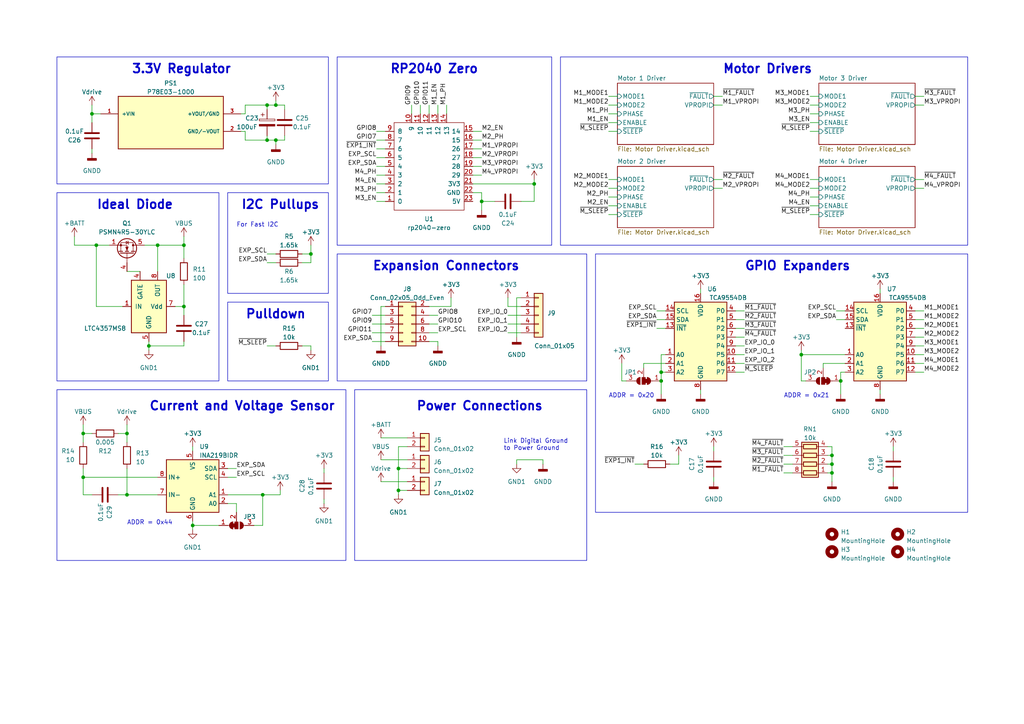
<source format=kicad_sch>
(kicad_sch (version 20230121) (generator eeschema)
  (paper "A4")
  (lib_symbols
    (symbol "Connector_Generic:Conn_01x02" (pin_names (offset 1.016) hide)
      (property "Reference" "J" (at 0 2.54 0))
      (property "Value" "Conn_01x02" (at 0 -5.08 0))
      (symbol "Conn_01x02_1_1"
        (pin passive line (at -5.08 0 0) (length 3.81) (name "Pin_1") (number "1"))
        (pin passive line (at -5.08 -2.54 0) (length 3.81) (name "Pin_2") (number "2"))
      )
    )
    (symbol "Connector_Generic:Conn_01x05" (pin_names (offset 1.016) hide)
      (property "Reference" "J" (at 0 7.62 0))
      (property "Value" "Conn_01x05" (at 0 -7.62 0))
      (symbol "Conn_01x05_1_1"
        (pin passive line (at -5.08 5.08 0) (length 3.81) (name "Pin_1") (number "1"))
        (pin passive line (at -5.08 2.54 0) (length 3.81) (name "Pin_2") (number "2"))
        (pin passive line (at -5.08 0 0) (length 3.81) (name "Pin_3") (number "3"))
        (pin passive line (at -5.08 -2.54 0) (length 3.81) (name "Pin_4") (number "4"))
        (pin passive line (at -5.08 -5.08 0) (length 3.81) (name "Pin_5") (number "5"))
      )
    )
    (symbol "Connector_Generic:Conn_02x05_Odd_Even" (pin_names (offset 1.016) hide)
      (property "Reference" "J" (at 1.27 7.62 0))
      (property "Value" "Conn_02x05_Odd_Even" (at 1.27 -7.62 0))
      (symbol "Conn_02x05_Odd_Even_1_1"
        (pin passive line (at -5.08 5.08 0) (length 3.81) (name "Pin_1") (number "1"))
        (pin passive line (at 7.62 -5.08 180) (length 3.81) (name "Pin_10") (number "10"))
        (pin passive line (at 7.62 5.08 180) (length 3.81) (name "Pin_2") (number "2"))
        (pin passive line (at -5.08 2.54 0) (length 3.81) (name "Pin_3") (number "3"))
        (pin passive line (at 7.62 2.54 180) (length 3.81) (name "Pin_4") (number "4"))
        (pin passive line (at -5.08 0 0) (length 3.81) (name "Pin_5") (number "5"))
        (pin passive line (at 7.62 0 180) (length 3.81) (name "Pin_6") (number "6"))
        (pin passive line (at -5.08 -2.54 0) (length 3.81) (name "Pin_7") (number "7"))
        (pin passive line (at 7.62 -2.54 180) (length 3.81) (name "Pin_8") (number "8"))
        (pin passive line (at -5.08 -5.08 0) (length 3.81) (name "Pin_9") (number "9"))
      )
    )
    (symbol "Device:C" (pin_numbers hide) (pin_names (offset 0.254))
      (property "Reference" "C" (at 0.635 2.54 0))
      (property "Value" "C" (at 0.635 -2.54 0))
      (symbol "C_1_1"
        (pin passive line (at 0 3.81 270) (length 2.794) (name "~") (number "1"))
        (pin passive line (at 0 -3.81 90) (length 2.794) (name "~") (number "2"))
      )
    )
    (symbol "Device:C_Polarized" (pin_numbers hide) (pin_names (offset 0.254))
      (property "Reference" "C" (at 0.635 2.54 0))
      (property "Value" "C_Polarized" (at 0.635 -2.54 0))
      (symbol "C_Polarized_1_1"
        (pin passive line (at 0 3.81 270) (length 2.794) (name "~") (number "1"))
        (pin passive line (at 0 -3.81 90) (length 2.794) (name "~") (number "2"))
      )
    )
    (symbol "Device:R" (pin_numbers hide) (pin_names (offset 0))
      (property "Reference" "R" (at 2.032 0 90))
      (property "Value" "R" (at 0 0 90))
      (symbol "R_1_1"
        (pin passive line (at 0 3.81 270) (length 1.27) (name "~") (number "1"))
        (pin passive line (at 0 -3.81 90) (length 1.27) (name "~") (number "2"))
      )
    )
    (symbol "Device:R_Pack04" (pin_names (offset 0) hide)
      (property "Reference" "RN" (at -7.62 0 90))
      (property "Value" "R_Pack04" (at 5.08 0 90))
      (symbol "R_Pack04_1_1"
        (pin passive line (at -5.08 -5.08 90) (length 2.54) (name "R1.1") (number "1"))
        (pin passive line (at -2.54 -5.08 90) (length 2.54) (name "R2.1") (number "2"))
        (pin passive line (at 0 -5.08 90) (length 2.54) (name "R3.1") (number "3"))
        (pin passive line (at 2.54 -5.08 90) (length 2.54) (name "R4.1") (number "4"))
        (pin passive line (at 2.54 5.08 270) (length 2.54) (name "R4.2") (number "5"))
        (pin passive line (at 0 5.08 270) (length 2.54) (name "R3.2") (number "6"))
        (pin passive line (at -2.54 5.08 270) (length 2.54) (name "R2.2") (number "7"))
        (pin passive line (at -5.08 5.08 270) (length 2.54) (name "R1.2") (number "8"))
      )
    )
    (symbol "Interface_Expansion:TCA9554DB"
      (property "Reference" "U" (at -7.62 11.43 0))
      (property "Value" "TCA9554DB" (at 2.54 11.43 0))
      (symbol "TCA9554DB_1_1"
        (pin input line (at -10.16 -5.08 0) (length 2.54) (name "A0") (number "1"))
        (pin bidirectional line (at 10.16 -5.08 180) (length 2.54) (name "P5") (number "10"))
        (pin bidirectional line (at 10.16 -7.62 180) (length 2.54) (name "P6") (number "11"))
        (pin bidirectional line (at 10.16 -10.16 180) (length 2.54) (name "P7") (number "12"))
        (pin open_collector line (at -10.16 2.54 0) (length 2.54) (name "~{INT}") (number "13"))
        (pin input line (at -10.16 7.62 0) (length 2.54) (name "SCL") (number "14"))
        (pin bidirectional line (at -10.16 5.08 0) (length 2.54) (name "SDA") (number "15"))
        (pin power_in line (at 0 12.7 270) (length 2.54) (name "VDD") (number "16"))
        (pin input line (at -10.16 -7.62 0) (length 2.54) (name "A1") (number "2"))
        (pin input line (at -10.16 -10.16 0) (length 2.54) (name "A2") (number "3"))
        (pin bidirectional line (at 10.16 7.62 180) (length 2.54) (name "P0") (number "4"))
        (pin bidirectional line (at 10.16 5.08 180) (length 2.54) (name "P1") (number "5"))
        (pin bidirectional line (at 10.16 2.54 180) (length 2.54) (name "P2") (number "6"))
        (pin bidirectional line (at 10.16 0 180) (length 2.54) (name "P3") (number "7"))
        (pin power_in line (at 0 -15.24 90) (length 2.54) (name "GND") (number "8"))
        (pin bidirectional line (at 10.16 -2.54 180) (length 2.54) (name "P4") (number "9"))
      )
    )
    (symbol "Jumper:SolderJumper_3_Bridged12" (pin_names (offset 0) hide)
      (property "Reference" "JP" (at -2.54 -2.54 0))
      (property "Value" "SolderJumper_3_Bridged12" (at 0 2.794 0))
      (symbol "SolderJumper_3_Bridged12_1_1"
        (pin passive line (at -5.08 0 0) (length 2.54) (name "A") (number "1"))
        (pin passive line (at 0 -3.81 90) (length 2.54) (name "C") (number "2"))
        (pin passive line (at 5.08 0 180) (length 2.54) (name "B") (number "3"))
      )
    )
    (symbol "KLEEB_mcu:rp2040-zero" (pin_names (offset 1.016))
      (property "Reference" "U" (at 0 15.24 0))
      (property "Value" "rp2040-zero" (at 0 12.7 0))
      (symbol "rp2040-zero_1_1"
        (pin bidirectional line (at 12.7 8.89 180) (length 2.54) (name "0") (number "1"))
        (pin bidirectional line (at 5.08 -16.51 90) (length 2.54) (name "9") (number "10"))
        (pin bidirectional line (at 2.54 -16.51 90) (length 2.54) (name "10") (number "11"))
        (pin bidirectional line (at 0 -16.51 90) (length 2.54) (name "11") (number "12"))
        (pin bidirectional line (at -2.54 -16.51 90) (length 2.54) (name "12") (number "13"))
        (pin bidirectional line (at -5.08 -16.51 90) (length 2.54) (name "13") (number "14"))
        (pin bidirectional line (at -12.7 -11.43 0) (length 2.54) (name "14") (number "15"))
        (pin bidirectional line (at -12.7 -8.89 0) (length 2.54) (name "15") (number "16"))
        (pin bidirectional line (at -12.7 -6.35 0) (length 2.54) (name "26") (number "17"))
        (pin bidirectional line (at -12.7 -3.81 0) (length 2.54) (name "27") (number "18"))
        (pin bidirectional line (at -12.7 -1.27 0) (length 2.54) (name "28") (number "19"))
        (pin bidirectional line (at 12.7 6.35 180) (length 2.54) (name "1") (number "2"))
        (pin bidirectional line (at -12.7 1.27 0) (length 2.54) (name "29") (number "20"))
        (pin power_out line (at -12.7 3.81 0) (length 2.54) (name "3V3") (number "21"))
        (pin power_out line (at -12.7 6.35 0) (length 2.54) (name "GND") (number "22"))
        (pin power_out line (at -12.7 8.89 0) (length 2.54) (name "5V") (number "23"))
        (pin bidirectional line (at 12.7 3.81 180) (length 2.54) (name "2") (number "3"))
        (pin bidirectional line (at 12.7 1.27 180) (length 2.54) (name "3") (number "4"))
        (pin bidirectional line (at 12.7 -1.27 180) (length 2.54) (name "4") (number "5"))
        (pin bidirectional line (at 12.7 -3.81 180) (length 2.54) (name "5") (number "6"))
        (pin bidirectional line (at 12.7 -6.35 180) (length 2.54) (name "6") (number "7"))
        (pin bidirectional line (at 12.7 -8.89 180) (length 2.54) (name "7") (number "8"))
        (pin bidirectional line (at 12.7 -11.43 180) (length 2.54) (name "8") (number "9"))
      )
    )
    (symbol "Mechanical:MountingHole" (pin_names (offset 1.016))
      (property "Reference" "H" (at 0 5.08 0))
      (property "Value" "MountingHole" (at 0 3.175 0))
    )
    (symbol "P78E03-1000:P78E03-1000" (pin_names (offset 1.016))
      (property "Reference" "PS" (at -15.24 7.62 0))
      (property "Value" "P78E03-1000" (at -15.24 -10.16 0))
      (symbol "P78E03-1000_0_0"
        (pin input line (at -20.32 2.54 0) (length 5.08) (name "+VIN") (number "1"))
        (pin power_in line (at 20.32 -2.54 180) (length 5.08) (name "GND/-VOUT") (number "2"))
        (pin power_in line (at 20.32 2.54 180) (length 5.08) (name "+VOUT/GND") (number "3"))
      )
    )
    (symbol "Power_Management:LTC4357MS8" (pin_names (offset 1.016))
      (property "Reference" "U" (at 6.35 6.35 0))
      (property "Value" "LTC4357MS8" (at 6.35 -6.35 0))
      (symbol "LTC4357MS8_1_1"
        (pin input line (at -7.62 0 0) (length 2.54) (name "IN") (number "1"))
        (pin no_connect line (at -5.08 -2.54 0) (length 2.54) hide (name "NC") (number "2"))
        (pin no_connect line (at -5.08 -5.08 0) (length 2.54) hide (name "NC") (number "3"))
        (pin output line (at -2.54 10.16 270) (length 2.54) (name "GATE") (number "4"))
        (pin power_in line (at 0 -10.16 90) (length 2.54) (name "GND") (number "5"))
        (pin no_connect line (at 2.54 -7.62 90) (length 2.54) hide (name "NC") (number "6"))
        (pin power_in line (at 7.62 0 180) (length 2.54) (name "Vdd") (number "7"))
        (pin input line (at 2.54 10.16 270) (length 2.54) (name "OUT") (number "8"))
      )
    )
    (symbol "Sensor_Energy:INA219BxD"
      (property "Reference" "U" (at -6.35 8.89 0))
      (property "Value" "INA219BxD" (at 5.08 8.89 0))
      (symbol "INA219BxD_1_1"
        (pin input line (at 10.16 -2.54 180) (length 2.54) (name "A1") (number "1"))
        (pin input line (at 10.16 -5.08 180) (length 2.54) (name "A0") (number "2"))
        (pin bidirectional line (at 10.16 5.08 180) (length 2.54) (name "SDA") (number "3"))
        (pin input line (at 10.16 2.54 180) (length 2.54) (name "SCL") (number "4"))
        (pin power_in line (at 0 10.16 270) (length 2.54) (name "VS") (number "5"))
        (pin power_in line (at 0 -10.16 90) (length 2.54) (name "GND") (number "6"))
        (pin input line (at -10.16 -2.54 0) (length 2.54) (name "IN-") (number "7"))
        (pin input line (at -10.16 2.54 0) (length 2.54) (name "IN+") (number "8"))
      )
    )
    (symbol "Transistor_FET:PSMN5R2-60YL" (pin_names hide)
      (property "Reference" "Q" (at 6.35 2.54 0))
      (property "Value" "PSMN5R2-60YL" (at 12.7 0 0))
      (symbol "PSMN5R2-60YL_1_1"
        (pin passive line (at 2.54 -5.08 90) (length 2.54) (name "S") (number "1"))
        (pin passive line (at 2.54 -5.08 90) (length 2.54) hide (name "S") (number "2"))
        (pin passive line (at 2.54 -5.08 90) (length 2.54) hide (name "S") (number "3"))
        (pin passive line (at -5.08 0 0) (length 2.54) (name "G") (number "4"))
        (pin passive line (at 2.54 5.08 270) (length 2.54) (name "D") (number "5"))
      )
    )
    (symbol "power:+3V3" (power) (pin_names (offset 0))
      (property "Value" "+3V3" (at 0 3.556 0))
      (symbol "+3V3_1_1"
        (pin power_in line (at 0 0 90) (length 0) hide (name "+3V3") (number "1"))
      )
    )
    (symbol "power:+BATT" (power) (pin_names (offset 0))
      (property "Value" "+BATT" (at 0 3.556 0))
      (symbol "+BATT_1_1"
        (pin power_in line (at 0 0 90) (length 0) hide (name "+BATT") (number "1"))
      )
    )
    (symbol "power:GND1" (power) (pin_names (offset 0))
      (property "Value" "GND1" (at 0 -3.81 0))
      (symbol "GND1_1_1"
        (pin power_in line (at 0 0 270) (length 0) hide (name "GND1") (number "1"))
      )
    )
    (symbol "power:GNDD" (power) (pin_names (offset 0))
      (property "Value" "GNDD" (at 0 -3.175 0))
      (symbol "GNDD_1_1"
        (pin power_in line (at 0 0 270) (length 0) hide (name "GNDD") (number "1"))
      )
    )
    (symbol "power:VBUS" (power) (pin_names (offset 0))
      (property "Value" "VBUS" (at 0 3.81 0))
      (symbol "VBUS_1_1"
        (pin power_in line (at 0 0 90) (length 0) hide (name "VBUS") (number "1"))
      )
    )
    (symbol "power:Vdrive" (power) (pin_names (offset 0))
      (property "Value" "Vdrive" (at 0 3.81 0))
      (symbol "Vdrive_1_1"
        (pin power_in line (at 0 0 90) (length 0) hide (name "Vdrive") (number "1"))
      )
    )
  )
  (junction (at 115.57 135.89))
  (junction (at 139.7 58.42))
  (junction (at 241.3 132.08))
  (junction (at 53.34 88.9))
  (junction (at 55.88 152.4))
  (junction (at 241.3 134.62))
  (junction (at 27.94 71.12))
  (junction (at 80.01 30.48))
  (junction (at 243.84 110.49))
  (junction (at 43.18 100.33))
  (junction (at 36.83 125.73))
  (junction (at 191.77 107.95))
  (junction (at 232.41 102.87))
  (junction (at 241.3 137.16))
  (junction (at 154.94 53.34))
  (junction (at 90.17 73.66))
  (junction (at 80.01 40.64))
  (junction (at 53.34 71.12))
  (junction (at 77.47 40.64))
  (junction (at 45.72 71.12))
  (junction (at 191.77 110.49))
  (junction (at 115.57 142.24))
  (junction (at 36.83 143.51))
  (junction (at 77.47 30.48))
  (junction (at 24.13 138.43))
  (junction (at 24.13 125.73))
  (junction (at 26.67 33.02))
  (junction (at 76.2 143.51))
  (wire (pts (xy 265.43 54.61) (xy 267.97 54.61)))
  (wire (pts (xy 68.58 135.89) (xy 66.04 135.89)))
  (wire (pts (xy 109.22 55.88) (xy 111.76 55.88)))
  (wire (pts (xy 186.69 105.41) (xy 193.04 105.41)))
  (wire (pts (xy 77.47 73.66) (xy 80.01 73.66)))
  (wire (pts (xy 55.88 151.13) (xy 55.88 152.4)))
  (wire (pts (xy 81.28 143.51) (xy 81.28 142.24)))
  (wire (pts (xy 229.87 129.54) (xy 227.33 129.54)))
  (wire (pts (xy 127 33.02) (xy 127 30.48)))
  (wire (pts (xy 241.3 137.16) (xy 241.3 139.7)))
  (wire (pts (xy 93.98 144.78) (xy 93.98 146.05)))
  (wire (pts (xy 34.29 143.51) (xy 36.83 143.51)))
  (wire (pts (xy 43.18 100.33) (xy 43.18 101.6)))
  (wire (pts (xy 24.13 125.73) (xy 24.13 128.27)))
  (wire (pts (xy 77.47 30.48) (xy 80.01 30.48)))
  (wire (pts (xy 238.76 105.41) (xy 238.76 106.68)))
  (wire (pts (xy 53.34 68.58) (xy 53.34 71.12)))
  (wire (pts (xy 190.5 92.71) (xy 193.04 92.71)))
  (wire (pts (xy 241.3 132.08) (xy 241.3 134.62)))
  (wire (pts (xy 176.53 59.69) (xy 179.07 59.69)))
  (wire (pts (xy 35.56 88.9) (xy 27.94 88.9)))
  (wire (pts (xy 186.69 106.68) (xy 186.69 105.41)))
  (wire (pts (xy 36.83 125.73) (xy 36.83 123.19)))
  (wire (pts (xy 115.57 135.89) (xy 115.57 142.24)))
  (wire (pts (xy 137.16 48.26) (xy 139.7 48.26)))
  (wire (pts (xy 265.43 27.94) (xy 267.97 27.94)))
  (wire (pts (xy 213.36 107.95) (xy 215.9 107.95)))
  (wire (pts (xy 154.94 53.34) (xy 154.94 52.07)))
  (wire (pts (xy 213.36 92.71) (xy 215.9 92.71)))
  (wire (pts (xy 109.22 43.18) (xy 111.76 43.18)))
  (wire (pts (xy 121.92 30.48) (xy 121.92 33.02)))
  (wire (pts (xy 147.32 91.44) (xy 151.13 91.44)))
  (wire (pts (xy 234.95 38.1) (xy 237.49 38.1)))
  (wire (pts (xy 53.34 91.44) (xy 53.34 88.9)))
  (wire (pts (xy 265.43 100.33) (xy 267.97 100.33)))
  (wire (pts (xy 181.61 110.49) (xy 180.34 110.49)))
  (wire (pts (xy 24.13 135.89) (xy 24.13 138.43)))
  (wire (pts (xy 71.12 33.02) (xy 71.12 30.48)))
  (wire (pts (xy 265.43 105.41) (xy 267.97 105.41)))
  (wire (pts (xy 71.12 40.64) (xy 77.47 40.64)))
  (wire (pts (xy 241.3 129.54) (xy 241.3 132.08)))
  (wire (pts (xy 115.57 142.24) (xy 115.57 143.51)))
  (wire (pts (xy 157.48 133.35) (xy 157.48 134.62)))
  (wire (pts (xy 77.47 40.64) (xy 77.47 39.37)))
  (wire (pts (xy 76.2 143.51) (xy 66.04 143.51)))
  (wire (pts (xy 190.5 95.25) (xy 193.04 95.25)))
  (wire (pts (xy 109.22 50.8) (xy 111.76 50.8)))
  (wire (pts (xy 194.31 134.62) (xy 196.85 134.62)))
  (wire (pts (xy 265.43 95.25) (xy 267.97 95.25)))
  (wire (pts (xy 68.58 146.05) (xy 68.58 148.59)))
  (wire (pts (xy 196.85 132.08) (xy 196.85 134.62)))
  (wire (pts (xy 124.46 88.9) (xy 130.81 88.9)))
  (wire (pts (xy 191.77 107.95) (xy 191.77 110.49)))
  (wire (pts (xy 207.01 138.43) (xy 207.01 139.7)))
  (wire (pts (xy 229.87 132.08) (xy 227.33 132.08)))
  (wire (pts (xy 180.34 110.49) (xy 180.34 105.41)))
  (wire (pts (xy 149.86 134.62) (xy 149.86 133.35)))
  (wire (pts (xy 87.63 76.2) (xy 90.17 76.2)))
  (wire (pts (xy 24.13 125.73) (xy 26.67 125.73)))
  (wire (pts (xy 109.22 40.64) (xy 111.76 40.64)))
  (wire (pts (xy 213.36 100.33) (xy 215.9 100.33)))
  (wire (pts (xy 109.22 48.26) (xy 111.76 48.26)))
  (wire (pts (xy 119.38 30.48) (xy 119.38 33.02)))
  (wire (pts (xy 137.16 38.1) (xy 139.7 38.1)))
  (wire (pts (xy 87.63 100.33) (xy 90.17 100.33)))
  (wire (pts (xy 43.18 99.06) (xy 43.18 100.33)))
  (wire (pts (xy 53.34 88.9) (xy 50.8 88.9)))
  (wire (pts (xy 241.3 134.62) (xy 241.3 137.16)))
  (wire (pts (xy 129.54 33.02) (xy 129.54 30.48)))
  (wire (pts (xy 147.32 93.98) (xy 151.13 93.98)))
  (wire (pts (xy 234.95 59.69) (xy 237.49 59.69)))
  (wire (pts (xy 255.27 113.03) (xy 255.27 114.3)))
  (wire (pts (xy 110.49 133.35) (xy 118.11 133.35)))
  (wire (pts (xy 137.16 55.88) (xy 139.7 55.88)))
  (wire (pts (xy 243.84 114.3) (xy 243.84 110.49)))
  (wire (pts (xy 127 99.06) (xy 127 100.33)))
  (wire (pts (xy 53.34 74.93) (xy 53.34 71.12)))
  (wire (pts (xy 53.34 99.06) (xy 53.34 100.33)))
  (wire (pts (xy 80.01 30.48) (xy 82.55 30.48)))
  (wire (pts (xy 207.01 54.61) (xy 209.55 54.61)))
  (wire (pts (xy 229.87 137.16) (xy 227.33 137.16)))
  (wire (pts (xy 242.57 92.71) (xy 245.11 92.71)))
  (wire (pts (xy 149.86 133.35) (xy 157.48 133.35)))
  (wire (pts (xy 176.53 30.48) (xy 179.07 30.48)))
  (wire (pts (xy 176.53 35.56) (xy 179.07 35.56)))
  (wire (pts (xy 176.53 33.02) (xy 179.07 33.02)))
  (wire (pts (xy 45.72 71.12) (xy 53.34 71.12)))
  (wire (pts (xy 68.58 138.43) (xy 66.04 138.43)))
  (wire (pts (xy 151.13 88.9) (xy 147.32 88.9)))
  (wire (pts (xy 137.16 53.34) (xy 154.94 53.34)))
  (wire (pts (xy 77.47 31.75) (xy 77.47 30.48)))
  (wire (pts (xy 265.43 30.48) (xy 267.97 30.48)))
  (wire (pts (xy 107.95 96.52) (xy 111.76 96.52)))
  (wire (pts (xy 154.94 58.42) (xy 154.94 53.34)))
  (wire (pts (xy 151.13 58.42) (xy 154.94 58.42)))
  (wire (pts (xy 26.67 143.51) (xy 24.13 143.51)))
  (wire (pts (xy 176.53 54.61) (xy 179.07 54.61)))
  (wire (pts (xy 203.2 113.03) (xy 203.2 114.3)))
  (wire (pts (xy 93.98 135.89) (xy 93.98 137.16)))
  (wire (pts (xy 53.34 82.55) (xy 53.34 88.9)))
  (wire (pts (xy 27.94 71.12) (xy 31.75 71.12)))
  (wire (pts (xy 45.72 78.74) (xy 45.72 71.12)))
  (wire (pts (xy 115.57 129.54) (xy 115.57 135.89)))
  (wire (pts (xy 71.12 38.1) (xy 69.85 38.1)))
  (wire (pts (xy 242.57 90.17) (xy 245.11 90.17)))
  (wire (pts (xy 77.47 40.64) (xy 80.01 40.64)))
  (wire (pts (xy 139.7 55.88) (xy 139.7 58.42)))
  (wire (pts (xy 265.43 90.17) (xy 267.97 90.17)))
  (wire (pts (xy 26.67 30.48) (xy 26.67 33.02)))
  (wire (pts (xy 71.12 30.48) (xy 77.47 30.48)))
  (wire (pts (xy 26.67 43.18) (xy 26.67 44.45)))
  (wire (pts (xy 124.46 93.98) (xy 127 93.98)))
  (wire (pts (xy 234.95 52.07) (xy 237.49 52.07)))
  (wire (pts (xy 77.47 100.33) (xy 80.01 100.33)))
  (wire (pts (xy 41.91 71.12) (xy 45.72 71.12)))
  (wire (pts (xy 24.13 123.19) (xy 24.13 125.73)))
  (wire (pts (xy 139.7 58.42) (xy 139.7 60.96)))
  (wire (pts (xy 213.36 90.17) (xy 215.9 90.17)))
  (wire (pts (xy 213.36 97.79) (xy 215.9 97.79)))
  (wire (pts (xy 21.59 71.12) (xy 27.94 71.12)))
  (wire (pts (xy 55.88 129.54) (xy 55.88 130.81)))
  (wire (pts (xy 69.85 33.02) (xy 71.12 33.02)))
  (wire (pts (xy 265.43 52.07) (xy 267.97 52.07)))
  (wire (pts (xy 234.95 57.15) (xy 237.49 57.15)))
  (wire (pts (xy 191.77 102.87) (xy 191.77 107.95)))
  (wire (pts (xy 124.46 96.52) (xy 127 96.52)))
  (wire (pts (xy 139.7 58.42) (xy 143.51 58.42)))
  (wire (pts (xy 234.95 27.94) (xy 237.49 27.94)))
  (wire (pts (xy 232.41 101.6) (xy 232.41 102.87)))
  (wire (pts (xy 109.22 53.34) (xy 111.76 53.34)))
  (wire (pts (xy 240.03 129.54) (xy 241.3 129.54)))
  (wire (pts (xy 110.49 88.9) (xy 110.49 100.33)))
  (wire (pts (xy 109.22 58.42) (xy 111.76 58.42)))
  (wire (pts (xy 232.41 102.87) (xy 232.41 110.49)))
  (wire (pts (xy 76.2 143.51) (xy 76.2 152.4)))
  (wire (pts (xy 207.01 30.48) (xy 209.55 30.48)))
  (wire (pts (xy 118.11 135.89) (xy 115.57 135.89)))
  (wire (pts (xy 137.16 45.72) (xy 139.7 45.72)))
  (wire (pts (xy 80.01 30.48) (xy 80.01 29.21)))
  (wire (pts (xy 234.95 35.56) (xy 237.49 35.56)))
  (wire (pts (xy 26.67 33.02) (xy 26.67 35.56)))
  (wire (pts (xy 233.68 110.49) (xy 232.41 110.49)))
  (wire (pts (xy 229.87 134.62) (xy 227.33 134.62)))
  (wire (pts (xy 149.86 97.79) (xy 149.86 86.36)))
  (wire (pts (xy 124.46 91.44) (xy 127 91.44)))
  (wire (pts (xy 193.04 107.95) (xy 191.77 107.95)))
  (wire (pts (xy 137.16 43.18) (xy 139.7 43.18)))
  (wire (pts (xy 265.43 92.71) (xy 267.97 92.71)))
  (wire (pts (xy 90.17 71.12) (xy 90.17 73.66)))
  (wire (pts (xy 26.67 33.02) (xy 29.21 33.02)))
  (wire (pts (xy 245.11 105.41) (xy 238.76 105.41)))
  (wire (pts (xy 90.17 101.6) (xy 90.17 100.33)))
  (wire (pts (xy 149.86 86.36) (xy 151.13 86.36)))
  (wire (pts (xy 90.17 73.66) (xy 90.17 76.2)))
  (wire (pts (xy 213.36 105.41) (xy 215.9 105.41)))
  (wire (pts (xy 36.83 135.89) (xy 36.83 143.51)))
  (wire (pts (xy 87.63 73.66) (xy 90.17 73.66)))
  (wire (pts (xy 107.95 99.06) (xy 111.76 99.06)))
  (wire (pts (xy 265.43 107.95) (xy 267.97 107.95)))
  (wire (pts (xy 82.55 31.75) (xy 82.55 30.48)))
  (wire (pts (xy 36.83 78.74) (xy 40.64 78.74)))
  (wire (pts (xy 55.88 152.4) (xy 55.88 153.67)))
  (wire (pts (xy 191.77 110.49) (xy 191.77 114.3)))
  (wire (pts (xy 213.36 102.87) (xy 215.9 102.87)))
  (wire (pts (xy 243.84 110.49) (xy 243.84 107.95)))
  (wire (pts (xy 193.04 102.87) (xy 191.77 102.87)))
  (wire (pts (xy 240.03 137.16) (xy 241.3 137.16)))
  (wire (pts (xy 82.55 39.37) (xy 82.55 40.64)))
  (wire (pts (xy 176.53 27.94) (xy 179.07 27.94)))
  (wire (pts (xy 80.01 41.91) (xy 80.01 40.64)))
  (wire (pts (xy 107.95 91.44) (xy 111.76 91.44)))
  (wire (pts (xy 21.59 68.58) (xy 21.59 71.12)))
  (wire (pts (xy 176.53 62.23) (xy 179.07 62.23)))
  (wire (pts (xy 24.13 138.43) (xy 24.13 143.51)))
  (wire (pts (xy 265.43 102.87) (xy 267.97 102.87)))
  (wire (pts (xy 147.32 86.36) (xy 147.32 88.9)))
  (wire (pts (xy 107.95 93.98) (xy 111.76 93.98)))
  (wire (pts (xy 234.95 30.48) (xy 237.49 30.48)))
  (wire (pts (xy 66.04 146.05) (xy 68.58 146.05)))
  (wire (pts (xy 109.22 38.1) (xy 111.76 38.1)))
  (wire (pts (xy 147.32 96.52) (xy 151.13 96.52)))
  (wire (pts (xy 71.12 40.64) (xy 71.12 38.1)))
  (wire (pts (xy 77.47 76.2) (xy 80.01 76.2)))
  (wire (pts (xy 118.11 142.24) (xy 115.57 142.24)))
  (wire (pts (xy 124.46 99.06) (xy 127 99.06)))
  (wire (pts (xy 207.01 52.07) (xy 209.55 52.07)))
  (wire (pts (xy 213.36 95.25) (xy 215.9 95.25)))
  (wire (pts (xy 55.88 152.4) (xy 63.5 152.4)))
  (wire (pts (xy 36.83 125.73) (xy 36.83 128.27)))
  (wire (pts (xy 240.03 132.08) (xy 241.3 132.08)))
  (wire (pts (xy 73.66 152.4) (xy 76.2 152.4)))
  (wire (pts (xy 124.46 30.48) (xy 124.46 33.02)))
  (wire (pts (xy 207.01 129.54) (xy 207.01 130.81)))
  (wire (pts (xy 184.15 134.62) (xy 186.69 134.62)))
  (wire (pts (xy 259.08 138.43) (xy 259.08 139.7)))
  (wire (pts (xy 243.84 107.95) (xy 245.11 107.95)))
  (wire (pts (xy 130.81 88.9) (xy 130.81 86.36)))
  (wire (pts (xy 255.27 83.82) (xy 255.27 85.09)))
  (wire (pts (xy 176.53 52.07) (xy 179.07 52.07)))
  (wire (pts (xy 118.11 129.54) (xy 115.57 129.54)))
  (wire (pts (xy 234.95 33.02) (xy 237.49 33.02)))
  (wire (pts (xy 110.49 88.9) (xy 111.76 88.9)))
  (wire (pts (xy 176.53 57.15) (xy 179.07 57.15)))
  (wire (pts (xy 27.94 88.9) (xy 27.94 71.12)))
  (wire (pts (xy 81.28 143.51) (xy 76.2 143.51)))
  (wire (pts (xy 190.5 90.17) (xy 193.04 90.17)))
  (wire (pts (xy 36.83 143.51) (xy 45.72 143.51)))
  (wire (pts (xy 110.49 139.7) (xy 118.11 139.7)))
  (wire (pts (xy 234.95 54.61) (xy 237.49 54.61)))
  (wire (pts (xy 232.41 102.87) (xy 245.11 102.87)))
  (wire (pts (xy 240.03 134.62) (xy 241.3 134.62)))
  (wire (pts (xy 24.13 138.43) (xy 45.72 138.43)))
  (wire (pts (xy 137.16 40.64) (xy 139.7 40.64)))
  (wire (pts (xy 137.16 50.8) (xy 139.7 50.8)))
  (wire (pts (xy 203.2 83.82) (xy 203.2 85.09)))
  (wire (pts (xy 234.95 62.23) (xy 237.49 62.23)))
  (wire (pts (xy 259.08 129.54) (xy 259.08 130.81)))
  (wire (pts (xy 53.34 100.33) (xy 43.18 100.33)))
  (wire (pts (xy 110.49 127) (xy 118.11 127)))
  (wire (pts (xy 265.43 97.79) (xy 267.97 97.79)))
  (wire (pts (xy 82.55 40.64) (xy 80.01 40.64)))
  (wire (pts (xy 34.29 125.73) (xy 36.83 125.73)))
  (wire (pts (xy 176.53 38.1) (xy 179.07 38.1)))
  (wire (pts (xy 109.22 45.72) (xy 111.76 45.72)))
  (wire (pts (xy 207.01 27.94) (xy 209.55 27.94)))
  (rectangle (start 102.87 113.03) (end 170.18 162.56))
  (rectangle (start 16.51 113.03) (end 100.33 162.56))
  (rectangle (start 172.72 73.66) (end 280.67 148.59))
  (rectangle (start 97.79 16.51) (end 160.02 71.12))
  (rectangle (start 66.04 87.63) (end 95.25 110.49))
  (rectangle (start 16.51 55.88) (end 63.5 110.49))
  (rectangle (start 66.04 55.88) (end 95.25 85.09))
  (rectangle (start 162.56 16.51) (end 280.67 71.12))
  (rectangle (start 16.51 16.51) (end 95.25 53.34))
  (rectangle (start 97.79 73.66) (end 170.18 110.49))
  (text "GPIO Expanders" (at 215.9 78.74 0) (effects (font (size 2.54 2.54) (thickness 0.508) bold) (justify left bottom)))
  (text "RP2040 Zero" (at 113.03 21.59 0) (effects (font (size 2.54 2.54) (thickness 0.508) bold) (justify left bottom)))
  (text "Expansion Connectors" (at 107.95 78.74 0) (effects (font (size 2.54 2.54) (thickness 0.508) bold) (justify left bottom)))
  (text "For Fast I2C" (at 68.58 66.04 0) (effects (font (size 1.27 1.27)) (justify left bottom)))
  (text "Ideal Diode" (at 27.94 60.96 0) (effects (font (size 2.54 2.54) (thickness 0.508) bold) (justify left bottom)))
  (text "Pulldown" (at 71.12 92.71 0) (effects (font (size 2.54 2.54) (thickness 0.508) bold) (justify left bottom)))
  (text "3.3V Regulator" (at 38.1 21.59 0) (effects (font (size 2.54 2.54) (thickness 0.508) bold) (justify left bottom)))
  (text "ADDR = 0x21" (at 227.33 115.57 0) (effects (font (size 1.27 1.27)) (justify left bottom)))
  (text "Current and Voltage Sensor" (at 43.18 119.38 0) (effects (font (size 2.54 2.54) (thickness 0.508) bold) (justify left bottom)))
  (text "Power Connections" (at 120.65 119.38 0) (effects (font (size 2.54 2.54) (thickness 0.508) bold) (justify left bottom)))
  (text "Link Digital Ground\nto Power Ground" (at 146.05 130.81 0) (effects (font (size 1.27 1.27)) (justify left bottom)))
  (text "ADDR = 0x20" (at 176.53 115.57 0) (effects (font (size 1.27 1.27)) (justify left bottom)))
  (text "ADDR = 0x44" (at 36.83 152.4 0) (effects (font (size 1.27 1.27)) (justify left bottom)))
  (text "I2C Pullups" (at 69.85 60.96 0) (effects (font (size 2.54 2.54) (thickness 0.508) bold) (justify left bottom)))
  (text "Motor Drivers" (at 209.55 21.59 0) (effects (font (size 2.54 2.54) (thickness 0.508) bold) (justify left bottom)))
  (label "M2_VPROPI" (at 209.55 54.61 0))
  (label "~{EXP1_INT}" (at 184.15 134.62 180))
  (label "~{M_SLEEP}" (at 234.95 38.1 180))
  (label "M4_EN" (at 109.22 53.34 180))
  (label "~{M3_FAULT}" (at 215.9 95.25 0))
  (label "M1_MODE2" (at 176.53 30.48 180))
  (label "M4_MODE2" (at 234.95 54.61 180))
  (label "~{M3_FAULT}" (at 267.97 27.94 0))
  (label "EXP_IO_0" (at 215.9 100.33 0))
  (label "M1_PH" (at 129.54 30.48 90))
  (label "M2_MODE2" (at 176.53 54.61 180))
  (label "~{M_SLEEP}" (at 176.53 38.1 180))
  (label "GPIO8" (at 127 91.44 0))
  (label "GPIO9" (at 119.38 30.48 90))
  (label "EXP_SDA" (at 190.5 92.71 180))
  (label "EXP_SCL" (at 127 96.52 0))
  (label "EXP_SCL" (at 109.22 45.72 180))
  (label "GPIO10" (at 127 93.98 0))
  (label "M2_MODE1" (at 176.53 52.07 180))
  (label "~{M4_FAULT}" (at 267.97 52.07 0))
  (label "M3_EN" (at 234.95 35.56 180))
  (label "EXP_IO_0" (at 147.32 91.44 180))
  (label "GPIO9" (at 107.95 93.98 180))
  (label "M1_MODE2" (at 267.97 92.71 0))
  (label "M3_VPROPI" (at 267.97 30.48 0))
  (label "M2_VPROPI" (at 139.7 45.72 0))
  (label "~{M_SLEEP}" (at 215.9 107.95 0))
  (label "EXP_SCL" (at 68.58 138.43 0))
  (label "M2_PH" (at 176.53 57.15 180))
  (label "M3_PH" (at 109.22 55.88 180))
  (label "M1_MODE1" (at 267.97 90.17 0))
  (label "EXP_SCL" (at 190.5 90.17 180))
  (label "M3_EN" (at 109.22 58.42 180))
  (label "M4_MODE1" (at 267.97 105.41 0))
  (label "M2_EN" (at 176.53 59.69 180))
  (label "EXP_IO_1" (at 147.32 93.98 180))
  (label "~{M4_FAULT}" (at 227.33 129.54 180))
  (label "M3_MODE1" (at 267.97 100.33 0))
  (label "EXP_SDA" (at 109.22 48.26 180))
  (label "~{M4_FAULT}" (at 215.9 97.79 0))
  (label "GPIO7" (at 109.22 40.64 180))
  (label "~{EXP1_INT}" (at 109.22 43.18 180))
  (label "M2_EN" (at 139.7 38.1 0))
  (label "M4_MODE1" (at 234.95 52.07 180))
  (label "EXP_SDA" (at 242.57 92.71 180))
  (label "M4_EN" (at 234.95 59.69 180))
  (label "M2_MODE2" (at 267.97 97.79 0))
  (label "M4_PH" (at 109.22 50.8 180))
  (label "M1_MODE1" (at 176.53 27.94 180))
  (label "GPIO8" (at 109.22 38.1 180))
  (label "EXP_IO_1" (at 215.9 102.87 0))
  (label "M3_PH" (at 234.95 33.02 180))
  (label "M4_PH" (at 234.95 57.15 180))
  (label "~{M_SLEEP}" (at 234.95 62.23 180))
  (label "EXP_SDA" (at 77.47 76.2 180))
  (label "~{M3_FAULT}" (at 227.33 132.08 180))
  (label "~{M2_FAULT}" (at 227.33 134.62 180))
  (label "EXP_SDA" (at 107.95 99.06 180))
  (label "M3_MODE2" (at 267.97 102.87 0))
  (label "M4_MODE2" (at 267.97 107.95 0))
  (label "~{EXP1_INT}" (at 190.5 95.25 180))
  (label "M1_VPROPI" (at 139.7 43.18 0))
  (label "~{M_SLEEP}" (at 176.53 62.23 180))
  (label "GPIO10" (at 121.92 30.48 90))
  (label "~{M1_FAULT}" (at 227.33 137.16 180))
  (label "M3_MODE1" (at 234.95 27.94 180))
  (label "M4_VPROPI" (at 139.7 50.8 0))
  (label "M1_EN" (at 127 30.48 90))
  (label "~{M2_FAULT}" (at 209.55 52.07 0))
  (label "EXP_SCL" (at 77.47 73.66 180))
  (label "~{M2_FAULT}" (at 215.9 92.71 0))
  (label "M2_PH" (at 139.7 40.64 0))
  (label "M4_VPROPI" (at 267.97 54.61 0))
  (label "~{M1_FAULT}" (at 209.55 27.94 0))
  (label "GPIO11" (at 124.46 30.48 90))
  (label "M3_MODE2" (at 234.95 30.48 180))
  (label "EXP_SCL" (at 242.57 90.17 180))
  (label "EXP_IO_2" (at 147.32 96.52 180))
  (label "M1_PH" (at 176.53 33.02 180))
  (label "M1_VPROPI" (at 209.55 30.48 0))
  (label "M1_EN" (at 176.53 35.56 180))
  (label "EXP_IO_2" (at 215.9 105.41 0))
  (label "GPIO11" (at 107.95 96.52 180))
  (label "~{M_SLEEP}" (at 77.47 100.33 180))
  (label "GPIO7" (at 107.95 91.44 180))
  (label "~{M1_FAULT}" (at 215.9 90.17 0))
  (label "M2_MODE1" (at 267.97 95.25 0))
  (label "EXP_SDA" (at 68.58 135.89 0))
  (label "M3_VPROPI" (at 139.7 48.26 0))
  (symbol (lib_id "Interface_Expansion:TCA9554DB") (at 203.2 97.79 0) (unit 1)
    (property "Reference" "U6" (at 205.1559 83.82 0) (effects (justify left)))
    (property "Value" "TCA9554DB" (at 205.74 86.36 0) (effects (justify left)))
    (property "Footprint" "Package_SO:SSOP-16_5.3x6.2mm_P0.65mm" (effects hide))
    (property "Datasheet" "http://www.ti.com/lit/ds/symlink/tca9554.pdf" (effects hide))
    (property "Mfr. No" "TCA9554DWR" (effects hide))
    (property "Mouser No" "595-TCA9554DWR" (effects hide))
  )
  (symbol (lib_id "power:+3V3") (at 55.88 129.54 0) (unit 1)
    (property "Reference" "#PWR041" (effects hide))
    (property "Value" "+3V3" (at 55.88 125.73 0))
  )
  (symbol (lib_id "power:GNDD") (at 110.49 100.33 0) (unit 1)
    (property "Reference" "#PWR057" (effects hide))
    (property "Value" "GNDD" (at 110.49 105.41 0))
  )
  (symbol (lib_id "power:+3V3") (at 81.28 142.24 0) (unit 1)
    (property "Reference" "#PWR049" (effects hide))
    (property "Value" "+3V3" (at 81.28 138.43 0))
  )
  (symbol (lib_id "Device:R") (at 24.13 132.08 0) (unit 1)
    (property "Reference" "R14" (at 17.78 130.81 0) (effects (justify left)))
    (property "Value" "10" (at 19.05 133.35 0) (effects (justify left)))
    (property "Footprint" "Resistor_SMD:R_0805_2012Metric_Pad1.20x1.40mm_HandSolder" (effects hide))
    (property "Mfr. No" "RCC080510R0FKEA" (effects hide))
    (property "Mouser No" "71-RCC080510R0FKEA" (effects hide))
  )
  (symbol (lib_id "power:VBUS") (at 110.49 133.35 0) (unit 1)
    (property "Reference" "#PWR055" (effects hide))
    (property "Value" "VBUS" (at 110.49 129.54 0))
  )
  (symbol (lib_id "Connector_Generic:Conn_01x02") (at 123.19 127 0) (unit 1)
    (property "Reference" "J5" (at 125.73 127.635 0) (effects (justify left)))
    (property "Value" "Conn_01x02" (at 125.73 130.175 0) (effects (justify left)))
    (property "Footprint" "TB009-508-02BE:CUI_TB009-508-02BE" (effects hide))
    (property "Mfr. No" "TB009-508-02BE" (effects hide))
    (property "Mouser No" "490-TB009-508-02BE" (effects hide))
  )
  (symbol (lib_id "Mechanical:MountingHole") (at 241.3 154.94 0) (unit 1)
    (property "Reference" "H1" (at 243.84 154.305 0) (effects (justify left)))
    (property "Value" "MountingHole" (at 243.84 156.845 0) (effects (justify left)))
    (property "Footprint" "MountingHole:MountingHole_4.3mm_M4" (effects hide))
  )
  (symbol (lib_id "power:GND1") (at 90.17 101.6 0) (unit 1)
    (property "Reference" "#PWR062" (effects hide))
    (property "Value" "GND1" (at 90.17 106.68 0))
  )
  (symbol (lib_id "power:+3V3") (at 130.81 86.36 0) (unit 1)
    (property "Reference" "#PWR058" (effects hide))
    (property "Value" "+3V3" (at 130.81 82.55 0))
  )
  (symbol (lib_id "power:Vdrive") (at 110.49 139.7 0) (unit 1)
    (property "Reference" "#PWR056" (effects hide))
    (property "Value" "Vdrive" (at 110.49 135.89 0))
  )
  (symbol (lib_id "power:GND1") (at 55.88 153.67 0) (unit 1)
    (property "Reference" "#PWR042" (effects hide))
    (property "Value" "GND1" (at 55.88 158.75 0))
  )
  (symbol (lib_id "Device:R") (at 190.5 134.62 90) (unit 1)
    (property "Reference" "R16" (at 190.5 129.54 90))
    (property "Value" "10k" (at 190.5 132.08 90))
    (property "Footprint" "Resistor_SMD:R_0805_2012Metric_Pad1.20x1.40mm_HandSolder" (effects hide))
    (property "Mfr. No" "CRS0805-FX-1002ELF" (effects hide))
    (property "Mouser No" "652-CRS0805FX1002ELF" (effects hide))
  )
  (symbol (lib_id "P78E03-1000:P78E03-1000") (at 49.53 35.56 0) (unit 1)
    (property "Reference" "PS1" (at 49.53 24.13 0))
    (property "Value" "P78E03-1000" (at 49.53 26.67 0))
    (property "Footprint" "P78E03-1000:CONV_P78E03-1000" (effects hide))
    (property "Mfr. No" "P78E03-1000" (effects hide))
    (property "Mouser No" "490-P78E03-1000" (effects hide))
  )
  (symbol (lib_id "power:VBUS") (at 24.13 123.19 0) (unit 1)
    (property "Reference" "#PWR046" (effects hide))
    (property "Value" "VBUS" (at 24.13 119.38 0))
  )
  (symbol (lib_id "power:GND1") (at 93.98 146.05 0) (unit 1)
    (property "Reference" "#PWR044" (effects hide))
    (property "Value" "GND1" (at 93.98 151.13 0))
  )
  (symbol (lib_id "Device:C") (at 26.67 39.37 0) (unit 1)
    (property "Reference" "C26" (at 21.59 40.64 0))
    (property "Value" "0.1uF" (at 21.59 38.1 0))
    (property "Footprint" "Capacitor_SMD:C_0805_2012Metric_Pad1.18x1.45mm_HandSolder" (effects hide))
    (property "Mfr. No" "08055C104JAT2A" (effects hide))
    (property "Mouser No" "581-08055C104J" (effects hide))
  )
  (symbol (lib_id "Device:R") (at 53.34 78.74 180) (unit 1)
    (property "Reference" "R11" (at 55.88 78.105 0) (effects (justify right)))
    (property "Value" "100" (at 55.88 80.645 0) (effects (justify right)))
    (property "Footprint" "Resistor_SMD:R_0805_2012Metric_Pad1.20x1.40mm_HandSolder" (effects hide))
    (property "Mfr. No" "RCC0805100RFKEA" (effects hide))
    (property "Mouser No" "71-RCC0805100RFKEA" (effects hide))
  )
  (symbol (lib_id "power:+3V3") (at 93.98 135.89 0) (unit 1)
    (property "Reference" "#PWR043" (effects hide))
    (property "Value" "+3V3" (at 93.98 132.08 0))
  )
  (symbol (lib_id "Device:C") (at 30.48 143.51 90) (unit 1)
    (property "Reference" "C29" (at 31.75 148.59 0))
    (property "Value" "0.1uF" (at 29.21 148.59 0))
    (property "Footprint" "Capacitor_SMD:C_0805_2012Metric_Pad1.18x1.45mm_HandSolder" (effects hide))
    (property "Mfr. No" "08055C104JAT2A" (effects hide))
    (property "Mouser No" "581-08055C104J" (effects hide))
  )
  (symbol (lib_id "power:GNDD") (at 149.86 97.79 0) (unit 1)
    (property "Reference" "#PWR060" (effects hide))
    (property "Value" "GNDD" (at 149.86 102.87 0))
  )
  (symbol (lib_id "Device:R") (at 83.82 76.2 90) (unit 1)
    (property "Reference" "R6" (at 83.82 78.74 90))
    (property "Value" "1.65k" (at 83.82 81.28 90))
    (property "Footprint" "Resistor_SMD:R_0805_2012Metric_Pad1.20x1.40mm_HandSolder" (effects hide))
    (property "Mfr. No" "CRCW08051K65FKEA" (effects hide))
    (property "Mouser No" "71-CRCW0805-1.65K-E3" (effects hide))
  )
  (symbol (lib_id "power:+3V3") (at 203.2 83.82 0) (unit 1)
    (property "Reference" "#PWR017" (effects hide))
    (property "Value" "+3V3" (at 203.2 80.01 0))
  )
  (symbol (lib_id "Jumper:SolderJumper_3_Bridged12") (at 238.76 110.49 180) (unit 1)
    (property "Reference" "JP2" (at 234.95 107.95 0))
    (property "Value" "SolderJumper_3_Bridged12" (effects hide))
    (property "Footprint" "Jumper:SolderJumper-3_P1.3mm_Bridged12_RoundedPad1.0x1.5mm_NumberLabels" (effects hide))
  )
  (symbol (lib_id "Device:C") (at 53.34 95.25 180) (unit 1)
    (property "Reference" "C27" (at 58.42 93.98 0))
    (property "Value" "0.1uF" (at 58.42 96.52 0))
    (property "Footprint" "Capacitor_SMD:C_0805_2012Metric_Pad1.18x1.45mm_HandSolder" (effects hide))
    (property "Mfr. No" "08055C104JAT2A" (effects hide))
    (property "Mouser No" "581-08055C104J" (effects hide))
  )
  (symbol (lib_id "power:GNDD") (at 255.27 114.3 0) (unit 1)
    (property "Reference" "#PWR026" (effects hide))
    (property "Value" "GNDD" (at 255.27 119.38 0))
  )
  (symbol (lib_id "Sensor_Energy:INA219BxD") (at 55.88 140.97 0) (unit 1)
    (property "Reference" "U9" (at 57.8359 129.54 0) (effects (justify left)))
    (property "Value" "INA219BIDR" (at 57.8359 132.08 0) (effects (justify left)))
    (property "Footprint" "Package_SO:SOIC-8_3.9x4.9mm_P1.27mm" (effects hide))
    (property "Datasheet" "http://www.ti.com/lit/ds/symlink/ina219.pdf" (effects hide))
    (property "Mfr. No" "INA219BIDR" (effects hide))
    (property "Mouser No" "595-INA219BIDR" (effects hide))
  )
  (symbol (lib_id "power:GNDD") (at 203.2 114.3 0) (unit 1)
    (property "Reference" "#PWR018" (effects hide))
    (property "Value" "GNDD" (at 203.2 119.38 0))
  )
  (symbol (lib_id "power:+3V3") (at 147.32 86.36 0) (unit 1)
    (property "Reference" "#PWR061" (effects hide))
    (property "Value" "+3V3" (at 147.32 82.55 0))
  )
  (symbol (lib_id "power:+3V3") (at 90.17 71.12 0) (unit 1)
    (property "Reference" "#PWR029" (effects hide))
    (property "Value" "+3V3" (at 90.17 67.31 0))
  )
  (symbol (lib_id "power:+3V3") (at 154.94 52.07 0) (unit 1)
    (property "Reference" "#PWR037" (effects hide))
    (property "Value" "+3V3" (at 154.94 48.26 0))
  )
  (symbol (lib_id "power:+BATT") (at 110.49 127 0) (unit 1)
    (property "Reference" "#PWR054" (effects hide))
    (property "Value" "+BATT" (at 110.49 123.19 0))
  )
  (symbol (lib_id "power:GNDD") (at 157.48 134.62 0) (unit 1)
    (property "Reference" "#PWR052" (effects hide))
    (property "Value" "GNDD" (at 157.48 139.7 0))
  )
  (symbol (lib_id "Device:R_Pack04") (at 234.95 132.08 90) (unit 1)
    (property "Reference" "RN1" (at 234.95 124.46 90))
    (property "Value" "10k" (at 234.95 127 90))
    (property "Footprint" "Resistor_SMD:R_Array_Convex_4x1206" (effects hide))
    (property "Mfr. No" "YC324-JK-0710KL" (effects hide))
    (property "Mouser No" "603-YC324-JK-0710KL" (effects hide))
  )
  (symbol (lib_id "power:Vdrive") (at 26.67 30.48 0) (unit 1)
    (property "Reference" "#PWR050" (effects hide))
    (property "Value" "Vdrive" (at 26.67 26.67 0))
  )
  (symbol (lib_id "power:GNDD") (at 139.7 60.96 0) (unit 1)
    (property "Reference" "#PWR030" (effects hide))
    (property "Value" "GNDD" (at 139.7 66.04 0))
  )
  (symbol (lib_id "Device:C") (at 259.08 134.62 0) (unit 1)
    (property "Reference" "C18" (at 252.73 134.62 90))
    (property "Value" "0.1uF" (at 255.27 134.62 90))
    (property "Footprint" "Capacitor_SMD:C_0805_2012Metric_Pad1.18x1.45mm_HandSolder" (effects hide))
    (property "Mfr. No" "08055C104JAT2A" (effects hide))
    (property "Mouser No" "581-08055C104J" (effects hide))
  )
  (symbol (lib_id "Device:C_Polarized") (at 77.47 35.56 0) (unit 1)
    (property "Reference" "C23" (at 71.12 34.29 0) (effects (justify left)))
    (property "Value" "100uF" (at 68.58 36.83 0) (effects (justify left)))
    (property "Footprint" "Capacitor_THT:CP_Radial_D10.0mm_P5.00mm" (effects hide))
    (property "Mfr. No" "UVZ1J101MPD" (effects hide))
    (property "Mouser No" "647-UVZ1J101MPD" (effects hide))
  )
  (symbol (lib_id "power:GNDD") (at 259.08 139.7 0) (unit 1)
    (property "Reference" "#PWR028" (effects hide))
    (property "Value" "GNDD" (at 259.08 144.78 0))
  )
  (symbol (lib_id "Mechanical:MountingHole") (at 241.3 160.02 0) (unit 1)
    (property "Reference" "H3" (at 243.84 159.385 0) (effects (justify left)))
    (property "Value" "MountingHole" (at 243.84 161.925 0) (effects (justify left)))
    (property "Footprint" "MountingHole:MountingHole_4.3mm_M4" (effects hide))
  )
  (symbol (lib_id "power:+3V3") (at 207.01 129.54 0) (unit 1)
    (property "Reference" "#PWR019" (effects hide))
    (property "Value" "+3V3" (at 207.01 125.73 0))
  )
  (symbol (lib_id "power:+3V3") (at 232.41 101.6 0) (unit 1)
    (property "Reference" "#PWR023" (effects hide))
    (property "Value" "+3V3" (at 232.41 97.79 0))
  )
  (symbol (lib_id "Device:C") (at 93.98 140.97 0) (unit 1)
    (property "Reference" "C28" (at 87.63 140.97 90))
    (property "Value" "0.1uF" (at 90.17 140.97 90))
    (property "Footprint" "Capacitor_SMD:C_0805_2012Metric_Pad1.18x1.45mm_HandSolder" (effects hide))
    (property "Mfr. No" "08055C104JAT2A" (effects hide))
    (property "Mouser No" "581-08055C104J" (effects hide))
  )
  (symbol (lib_id "power:GNDD") (at 207.01 139.7 0) (unit 1)
    (property "Reference" "#PWR020" (effects hide))
    (property "Value" "GNDD" (at 207.01 144.78 0))
  )
  (symbol (lib_id "Interface_Expansion:TCA9554DB") (at 255.27 97.79 0) (unit 1)
    (property "Reference" "U7" (at 257.2259 83.82 0) (effects (justify left)))
    (property "Value" "TCA9554DB" (at 257.81 86.36 0) (effects (justify left)))
    (property "Footprint" "Package_SO:SSOP-16_5.3x6.2mm_P0.65mm" (effects hide))
    (property "Datasheet" "http://www.ti.com/lit/ds/symlink/tca9554.pdf" (effects hide))
    (property "Mfr. No" "TCA9554DWR" (effects hide))
    (property "Mouser No" "595-TCA9554DWR" (effects hide))
  )
  (symbol (lib_id "Device:C") (at 207.01 134.62 0) (unit 1)
    (property "Reference" "C17" (at 200.66 134.62 90))
    (property "Value" "0.1uF" (at 203.2 134.62 90))
    (property "Footprint" "Capacitor_SMD:C_0805_2012Metric_Pad1.18x1.45mm_HandSolder" (effects hide))
    (property "Mfr. No" "08055C104JAT2A" (effects hide))
    (property "Mouser No" "581-08055C104J" (effects hide))
  )
  (symbol (lib_id "Device:R") (at 36.83 132.08 0) (unit 1)
    (property "Reference" "R13" (at 39.37 131.445 0) (effects (justify left)))
    (property "Value" "10" (at 39.37 133.985 0) (effects (justify left)))
    (property "Footprint" "Resistor_SMD:R_0805_2012Metric_Pad1.20x1.40mm_HandSolder" (effects hide))
    (property "Mfr. No" "RCC080510R0FKEA" (effects hide))
    (property "Mouser No" "71-RCC080510R0FKEA" (effects hide))
  )
  (symbol (lib_id "Connector_Generic:Conn_02x05_Odd_Even") (at 116.84 93.98 0) (unit 1)
    (property "Reference" "J8" (at 118.11 83.82 0))
    (property "Value" "Conn_02x05_Odd_Even" (at 118.11 86.36 0))
    (property "Footprint" "Connector_IDC:IDC-Header_2x05_P2.54mm_Vertical" (effects hide))
    (property "Mfr. No" "61201021621" (effects hide))
    (property "Mouser No" "710-61201021621" (effects hide))
  )
  (symbol (lib_id "power:GND1") (at 149.86 134.62 0) (unit 1)
    (property "Reference" "#PWR051" (effects hide))
    (property "Value" "GND1" (at 149.86 139.7 0))
  )
  (symbol (lib_id "Device:R") (at 30.48 125.73 90) (unit 1)
    (property "Reference" "R12" (at 30.48 130.81 90))
    (property "Value" "0.005" (at 30.48 128.27 90))
    (property "Footprint" "Resistor_SMD:R_2512_6332Metric_Pad1.40x3.35mm_HandSolder" (effects hide))
    (property "Mfr. No" "MSMA2512R0050FEN" (effects hide))
    (property "Mouser No" "504-MSMA2512R0050FEN" (effects hide))
  )
  (symbol (lib_id "Power_Management:LTC4357MS8") (at 43.18 88.9 0) (unit 1)
    (property "Reference" "U8" (at 49.53 80.01 0))
    (property "Value" "LTC4357MS8" (at 30.48 95.25 0))
    (property "Footprint" "Package_SO:MSOP-8_3x3mm_P0.65mm" (effects hide))
    (property "Datasheet" "https://www.analog.com/media/en/technical-documentation/data-sheets/4357fd.pdf" (effects hide))
    (property "Mfr. No" "LTC4357CMS8#PBF" (effects hide))
    (property "Mouser No" "584-LTC4357CMS8#PBF" (effects hide))
  )
  (symbol (lib_id "Device:R") (at 83.82 100.33 90) (unit 1)
    (property "Reference" "R15" (at 83.82 95.25 90))
    (property "Value" "10k" (at 83.82 97.79 90))
    (property "Footprint" "Resistor_SMD:R_0805_2012Metric_Pad1.20x1.40mm_HandSolder" (effects hide))
    (property "Mfr. No" "CRS0805-FX-1002ELF" (effects hide))
    (property "Mouser No" "652-CRS0805FX1002ELF" (effects hide))
  )
  (symbol (lib_id "power:+3V3") (at 259.08 129.54 0) (unit 1)
    (property "Reference" "#PWR027" (effects hide))
    (property "Value" "+3V3" (at 259.08 125.73 0))
  )
  (symbol (lib_id "power:GNDD") (at 80.01 41.91 0) (unit 1)
    (property "Reference" "#PWR031" (effects hide))
    (property "Value" "GNDD" (at 80.01 46.99 0))
  )
  (symbol (lib_id "power:GNDD") (at 26.67 44.45 0) (unit 1)
    (property "Reference" "#PWR039" (effects hide))
    (property "Value" "GNDD" (at 26.67 49.53 0))
  )
  (symbol (lib_id "Connector_Generic:Conn_01x05") (at 156.21 91.44 0) (unit 1)
    (property "Reference" "J9" (at 158.75 90.805 0) (effects (justify left)))
    (property "Value" "Conn_01x05" (at 154.94 100.33 0) (effects (justify left)))
    (property "Footprint" "Connector_PinSocket_2.54mm:PinSocket_1x05_P2.54mm_Vertical" (effects hide))
  )
  (symbol (lib_id "power:+3V3") (at 196.85 132.08 0) (unit 1)
    (property "Reference" "#PWR063" (effects hide))
    (property "Value" "+3V3" (at 196.85 128.27 0))
  )
  (symbol (lib_id "Mechanical:MountingHole") (at 260.35 160.02 0) (unit 1)
    (property "Reference" "H4" (at 262.89 159.385 0) (effects (justify left)))
    (property "Value" "MountingHole" (at 262.89 161.925 0) (effects (justify left)))
    (property "Footprint" "MountingHole:MountingHole_4.3mm_M4" (effects hide))
  )
  (symbol (lib_id "Device:C") (at 82.55 35.56 180) (unit 1)
    (property "Reference" "C25" (at 87.63 34.29 0))
    (property "Value" "0.1uF" (at 87.63 36.83 0))
    (property "Footprint" "Capacitor_SMD:C_0805_2012Metric_Pad1.18x1.45mm_HandSolder" (effects hide))
    (property "Mfr. No" "08055C104JAT2A" (effects hide))
    (property "Mouser No" "581-08055C104J" (effects hide))
  )
  (symbol (lib_id "power:GNDD") (at 191.77 114.3 0) (unit 1)
    (property "Reference" "#PWR021" (effects hide))
    (property "Value" "GNDD" (at 191.77 119.38 0))
  )
  (symbol (lib_id "Jumper:SolderJumper_3_Bridged12") (at 186.69 110.49 180) (unit 1)
    (property "Reference" "JP1" (at 182.88 107.95 0))
    (property "Value" "SolderJumper_3_Bridged12" (effects hide))
    (property "Footprint" "Jumper:SolderJumper-3_P1.3mm_Bridged12_RoundedPad1.0x1.5mm_NumberLabels" (effects hide))
  )
  (symbol (lib_id "power:GNDD") (at 241.3 139.7 0) (unit 1)
    (property "Reference" "#PWR036" (effects hide))
    (property "Value" "GNDD" (at 241.3 144.78 0))
  )
  (symbol (lib_id "power:Vdrive") (at 36.83 123.19 0) (unit 1)
    (property "Reference" "#PWR047" (effects hide))
    (property "Value" "Vdrive" (at 36.83 119.38 0))
  )
  (symbol (lib_id "Connector_Generic:Conn_01x02") (at 123.19 139.7 0) (unit 1)
    (property "Reference" "J7" (at 125.73 140.335 0) (effects (justify left)))
    (property "Value" "Conn_01x02" (at 125.73 142.875 0) (effects (justify left)))
    (property "Footprint" "TB009-508-02BE:CUI_TB009-508-02BE" (effects hide))
    (property "Mfr. No" "TB009-508-02BE" (effects hide))
    (property "Mouser No" "490-TB009-508-02BE" (effects hide))
  )
  (symbol (lib_id "power:GNDD") (at 127 100.33 0) (unit 1)
    (property "Reference" "#PWR059" (effects hide))
    (property "Value" "GNDD" (at 127 105.41 0))
  )
  (symbol (lib_id "KLEEB_mcu:rp2040-zero") (at 124.46 49.53 180) (unit 1)
    (property "Reference" "U1" (at 124.46 63.5 0))
    (property "Value" "rp2040-zero" (at 124.46 66.04 0))
    (property "Footprint" "KLEEB_mcu:rp2040-zero-tht" (effects hide))
  )
  (symbol (lib_id "Transistor_FET:PSMN5R2-60YL") (at 36.83 73.66 270) (mirror x) (unit 1)
    (property "Reference" "Q1" (at 36.83 64.77 90))
    (property "Value" "PSMN4R5-30YLC" (at 36.83 67.31 90))
    (property "Footprint" "Package_TO_SOT_SMD:LFPAK56" (effects hide))
    (property "Datasheet" "https://www.mouser.co.uk/datasheet/2/916/PSMN4R5_30YLC-2938954.pdf" (effects hide))
    (property "Mfr. No" "PSMN4R5-30YLC,115" (effects hide))
    (property "Mouser No" "771-PSMN4R5-30YLC115" (effects hide))
  )
  (symbol (lib_id "Device:R") (at 83.82 73.66 90) (unit 1)
    (property "Reference" "R5" (at 83.82 68.58 90))
    (property "Value" "1.65k" (at 83.82 71.12 90))
    (property "Footprint" "Resistor_SMD:R_0805_2012Metric_Pad1.20x1.40mm_HandSolder" (effects hide))
    (property "Mfr. No" "CRCW08051K65FKEA" (effects hide))
    (property "Mouser No" "71-CRCW0805-1.65K-E3" (effects hide))
  )
  (symbol (lib_id "Jumper:SolderJumper_3_Bridged12") (at 68.58 152.4 0) (mirror x) (unit 1)
    (property "Reference" "JP3" (at 72.39 149.86 0))
    (property "Value" "SolderJumper_3_Bridged12" (effects hide))
    (property "Footprint" "Jumper:SolderJumper-3_P1.3mm_Bridged12_RoundedPad1.0x1.5mm_NumberLabels" (effects hide))
  )
  (symbol (lib_id "power:+3V3") (at 180.34 105.41 0) (unit 1)
    (property "Reference" "#PWR022" (effects hide))
    (property "Value" "+3V3" (at 180.34 101.6 0))
  )
  (symbol (lib_id "Device:C") (at 147.32 58.42 90) (unit 1)
    (property "Reference" "C24" (at 147.32 64.77 90))
    (property "Value" "0.1uF" (at 147.32 62.23 90))
    (property "Footprint" "Capacitor_SMD:C_0805_2012Metric_Pad1.18x1.45mm_HandSolder" (effects hide))
    (property "Mfr. No" "08055C104JAT2A" (effects hide))
    (property "Mouser No" "581-08055C104J" (effects hide))
  )
  (symbol (lib_id "power:GND1") (at 115.57 143.51 0) (unit 1)
    (property "Reference" "#PWR053" (effects hide))
    (property "Value" "GND1" (at 115.57 148.59 0))
  )
  (symbol (lib_id "power:GND1") (at 43.18 101.6 0) (unit 1)
    (property "Reference" "#PWR040" (effects hide))
    (property "Value" "GND1" (at 43.18 106.68 0))
  )
  (symbol (lib_id "power:+BATT") (at 21.59 68.58 0) (unit 1)
    (property "Reference" "#PWR048" (effects hide))
    (property "Value" "+BATT" (at 21.59 64.77 0))
  )
  (symbol (lib_id "power:VBUS") (at 53.34 68.58 0) (unit 1)
    (property "Reference" "#PWR045" (effects hide))
    (property "Value" "VBUS" (at 53.34 64.77 0))
  )
  (symbol (lib_id "Connector_Generic:Conn_01x02") (at 123.19 133.35 0) (unit 1)
    (property "Reference" "J6" (at 125.73 133.985 0) (effects (justify left)))
    (property "Value" "Conn_01x02" (at 125.73 136.525 0) (effects (justify left)))
    (property "Footprint" "TB009-508-02BE:CUI_TB009-508-02BE" (effects hide))
    (property "Mfr. No" "TB009-508-02BE" (effects hide))
    (property "Mouser No" "490-TB009-508-02BE" (effects hide))
  )
  (symbol (lib_id "power:+3V3") (at 255.27 83.82 0) (unit 1)
    (property "Reference" "#PWR025" (effects hide))
    (property "Value" "+3V3" (at 255.27 80.01 0))
  )
  (symbol (lib_id "Mechanical:MountingHole") (at 260.35 154.94 0) (unit 1)
    (property "Reference" "H2" (at 262.89 154.305 0) (effects (justify left)))
    (property "Value" "MountingHole" (at 262.89 156.845 0) (effects (justify left)))
    (property "Footprint" "MountingHole:MountingHole_4.3mm_M4" (effects hide))
  )
  (symbol (lib_id "power:+3V3") (at 80.01 29.21 0) (unit 1)
    (property "Reference" "#PWR038" (effects hide))
    (property "Value" "+3V3" (at 80.01 25.4 0))
  )
  (symbol (lib_id "power:GNDD") (at 243.84 114.3 0) (unit 1)
    (property "Reference" "#PWR033" (effects hide))
    (property "Value" "GNDD" (at 243.84 119.38 0))
  )
  (sheet (at 237.49 48.26) (size 27.94 17.78) (stroke (width 0.1524))
    (property "Sheetname" "Motor 4 Driver" (at 237.49 47.5484 0) (effects (justify left bottom)))
    (property "Sheetfile" "Motor Driver.kicad_sch" (at 237.49 66.6246 0) (effects (justify left top)))
    (pin "~{FAULT}" output (at 265.43 52.07 0))
    (pin "VPROPI" output (at 265.43 54.61 0))
    (pin "MODE2" input (at 237.49 54.61 180))
    (pin "PHASE" input (at 237.49 57.15 180))
    (pin "ENABLE" input (at 237.49 59.69 180))
    (pin "~{SLEEP}" input (at 237.49 62.23 180))
    (pin "MODE1" input (at 237.49 52.07 180))
  )
  (sheet (at 237.49 24.13) (size 27.94 17.78) (stroke (width 0.1524))
    (property "Sheetname" "Motor 3 Driver" (at 237.49 23.4184 0) (effects (justify left bottom)))
    (property "Sheetfile" "Motor Driver.kicad_sch" (at 237.49 42.4946 0) (effects (justify left top)))
    (pin "~{FAULT}" output (at 265.43 27.94 0))
    (pin "VPROPI" output (at 265.43 30.48 0))
    (pin "MODE2" input (at 237.49 30.48 180))
    (pin "PHASE" input (at 237.49 33.02 180))
    (pin "ENABLE" input (at 237.49 35.56 180))
    (pin "~{SLEEP}" input (at 237.49 38.1 180))
    (pin "MODE1" input (at 237.49 27.94 180))
  )
  (sheet (at 179.07 24.13) (size 27.94 17.78) (stroke (width 0.1524))
    (property "Sheetname" "Motor 1 Driver" (at 179.07 23.4184 0) (effects (justify left bottom)))
    (property "Sheetfile" "Motor Driver.kicad_sch" (at 179.07 42.4946 0) (effects (justify left top)))
    (pin "~{FAULT}" output (at 207.01 27.94 0))
    (pin "VPROPI" output (at 207.01 30.48 0))
    (pin "MODE2" input (at 179.07 30.48 180))
    (pin "PHASE" input (at 179.07 33.02 180))
    (pin "ENABLE" input (at 179.07 35.56 180))
    (pin "~{SLEEP}" input (at 179.07 38.1 180))
    (pin "MODE1" input (at 179.07 27.94 180))
  )
  (sheet (at 179.07 48.26) (size 27.94 17.78) (stroke (width 0.1524))
    (property "Sheetname" "Motor 2 Driver" (at 179.07 47.5484 0) (effects (justify left bottom)))
    (property "Sheetfile" "Motor Driver.kicad_sch" (at 179.07 66.6246 0) (effects (justify left top)))
    (pin "~{FAULT}" output (at 207.01 52.07 0))
    (pin "VPROPI" output (at 207.01 54.61 0))
    (pin "MODE2" input (at 179.07 54.61 180))
    (pin "PHASE" input (at 179.07 57.15 180))
    (pin "ENABLE" input (at 179.07 59.69 180))
    (pin "~{SLEEP}" input (at 179.07 62.23 180))
    (pin "MODE1" input (at 179.07 52.07 180))
  )
)
</source>
